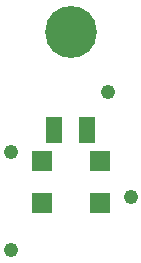
<source format=gts>
%FSLAX25Y25*%
%MOIN*%
G70*
G01*
G75*
G04 Layer_Color=128*
%ADD10R,0.05000X0.08000*%
%ADD11R,0.05906X0.05906*%
%ADD12C,0.02500*%
%ADD13C,0.04000*%
%ADD14C,0.16500*%
%ADD15C,0.04000*%
%ADD16R,0.17716X0.12205*%
%ADD17C,0.01000*%
%ADD18R,0.04000X0.07000*%
%ADD19R,0.04906X0.04906*%
%ADD20R,0.16716X0.11205*%
%ADD21R,0.05800X0.08800*%
%ADD22R,0.06706X0.06706*%
%ADD23C,0.17300*%
%ADD24C,0.04800*%
D21*
X530500Y655000D02*
D03*
X519500D02*
D03*
D22*
X534646Y644390D02*
D03*
Y630610D02*
D03*
X515354Y644390D02*
D03*
Y630610D02*
D03*
D23*
X525000Y687500D02*
D03*
D24*
X545000Y632500D02*
D03*
X537500Y667500D02*
D03*
X505000Y647500D02*
D03*
Y615000D02*
D03*
M02*

</source>
